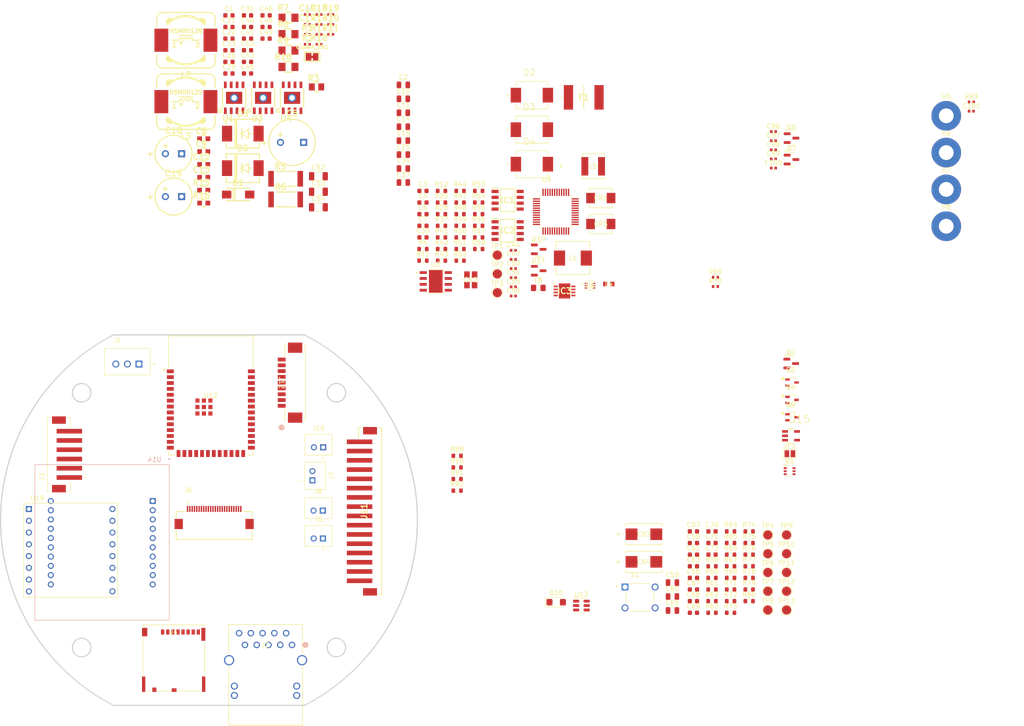
<source format=kicad_pcb>
(kicad_pcb (version 20241229) (generator "pcbnew") (generator_version "9.0")
  (layers (0 "F.Cu" signal) (2 "B.Cu" signal) (13 "F.Paste" user) (15 "B.Paste" user) (5 "F.SilkS" user "F.Silkscreen") (7 "B.SilkS" user "B.Silkscreen") (1 "F.Mask" user) (3 "B.Mask" user) (25 "Edge.Cuts" user))
  (net 0 "")
  (net 1 "GND")
  (net 2 "/MCU/~{EN_RST}")
  (net 3 "+3V3")
  (net 4 "+3V9")
  (net 5 "/MCU/SETUP")
  (net 6 "+12VDC")
  (net 7 "Net-(C4-Pad1)")
  (net 8 "/MCU/CELL_STATUS")
  (net 9 "/MCU/RX")
  (net 10 "/MCU/TX")
  (net 11 "/MCU/~{RTS}")
  (net 12 "/MCU/~{DTR}")
  (net 13 "/MCU/~{SD_CS}")
  (net 14 "Net-(U2-SW)")
  (net 15 "/MCU/MISO")
  (net 16 "Net-(U2-BOOT)")
  (net 17 "/MCU/SD_DETECT")
  (net 18 "Net-(U2-FB)")
  (net 19 "/MCU/SCK")
  (net 20 "/MCU/MOSI")
  (net 21 "+5VDC")
  (net 22 "+5V")
  (net 23 "/MCU/~{PROG_RST}")
  (net 24 "Net-(U6-SW)")
  (net 25 "/MCU/IO0")
  (net 26 "Net-(U6-BST)")
  (net 27 "Net-(U10-VI)")
  (net 28 "Net-(U14-~{RESET})")
  (net 29 "/MCU/CELL_ON_OFF")
  (net 30 "Net-(U14-ON_OFF)")
  (net 31 "/MCU/LED")
  (net 32 "/MCU/CELL_RST")
  (net 33 "/MCU/~{WD_RESET}")
  (net 34 "/MCU/WD_DONE")
  (net 35 "/MCU/CELL_RTS")
  (net 36 "/MCU/CELL_TX")
  (net 37 "/MCU/CELL_RX")
  (net 38 "/MCU/~{ADC_CS}")
  (net 39 "/MCU/WATER_PULSES")
  (net 40 "/MCU/~{RTD_UP_CS}")
  (net 41 "/MCU/RS485_DI")
  (net 42 "/MCU/~{RTD_DN_CS}")
  (net 43 "/MCU/CELL_CTS")
  (net 44 "/MCU/VMON")
  (net 45 "/MCU/RS485_RO")
  (net 46 "/MCU/~{DRDY_RTD_DN}")
  (net 47 "/MCU/~{DRDY_RTD_UP}")
  (net 48 "/Outputs/CAM.PCLK")
  (net 49 "Net-(C21-Pad1)")
  (net 50 "Net-(U9-XI)")
  (net 51 "/Poe/POE+")
  (net 52 "/Poe/POE-")
  (net 53 "+12VP")
  (net 54 "+12V")
  (net 55 "GNDPWR")
  (net 56 "+3.3VA")
  (net 57 "Net-(D3-PadA)")
  (net 58 "+2V8")
  (net 59 "+1V2")
  (net 60 "+5VP")
  (net 61 "Net-(F1-Pad1)")
  (net 62 "Net-(IC3-IN1)")
  (net 63 "Net-(IC3-IN4)")
  (net 64 "Net-(IC3-IN2)")
  (net 65 "Net-(IC3-IN3)")
  (net 66 "/Poe/TXP")
  (net 67 "/Poe/ACTLED")
  (net 68 "Net-(J2-RD+)")
  (net 69 "Net-(J2-RD-)")
  (net 70 "/Poe/LINKLED")
  (net 71 "Net-(J2-ANODE-Pad13)")
  (net 72 "Net-(J2-TCT)")
  (net 73 "Net-(J2-ANODE-Pad11)")
  (net 74 "Net-(J2-RCT)")
  (net 75 "/Poe/TXN")
  (net 79 "Net-(Q2-D)")
  (net 80 "/Outputs/SPK2")
  (net 81 "/Outputs/SPK1")
  (net 82 "Net-(Q6-D)")
  (net 83 "Net-(Q7-D)")
  (net 84 "/Outputs/SPARE1")
  (net 85 "/Outputs/MM_CTS")
  (net 87 "/Outputs/LED2")
  (net 88 "/Outputs/~{MM_RST}")
  (net 89 "/Outputs/MM_RX")
  (net 90 "/Outputs/MM_TX")
  (net 91 "/Outputs/SPARE2")
  (net 92 "/Outputs/MM_RTS")
  (net 93 "/Outputs/LED1")
  (net 95 "/Outputs/LED3")
  (net 97 "/Outputs/MM_SOP")
  (net 99 "/Outputs/MM_SYNC")
  (net 100 "Net-(Q1A-B1)")
  (net 101 "Net-(Q1B-B2)")
  (net 102 "Net-(Q2-G)")
  (net 103 "Net-(Q3-Pad1)")
  (net 104 "Net-(U14-STATUS)")
  (net 105 "Net-(Q6-G)")
  (net 106 "Net-(Q7-G)")
  (net 107 "PG")
  (net 108 "Net-(U9-XO)")
  (net 109 "Net-(U9-PMODE2)")
  (net 110 "Net-(U9-PMODE1)")
  (net 111 "Net-(U9-PMODE0)")
  (net 112 "Net-(U6-FB)")
  (net 113 "/Poe/EXRES1")
  (net 114 "Net-(U9-RXN)")
  (net 115 "Net-(C54-Pad1)")
  (net 116 "/Poe/RXP")
  (net 117 "/MCU/CAM.SDA")
  (net 118 "/MCU/CAM.SCL")
  (net 119 "Net-(U13-DELAY{slash}M_RST)")
  (net 120 "Net-(U14-DTR)")
  (net 123 "/Poe/TOCAP")
  (net 130 "/Poe/MISO")
  (net 131 "/Poe/1V2")
  (net 132 "/Poe/MOSI")
  (net 133 "/Poe/~{SCSn}")
  (net 138 "/Poe/~{INTn}")
  (net 139 "/Poe/~{RSTn}")
  (net 140 "/Poe/SCLK")
  (net 159 "/Outputs/DF_RX")
  (net 161 "/Outputs/DF_BUSY")
  (net 162 "/Outputs/DF_TX")
  (net 169 "/Outputs/CAM.MCLK")
  (net 170 "/Outputs/CAM.HREF")
  (net 171 "/Outputs/CAM.D9")
  (net 172 "/Outputs/CAM.D5")
  (net 173 "/Outputs/CAM.D4")
  (net 174 "/Outputs/CAM.SCL")
  (net 177 "/Outputs/CAM.D2")
  (net 178 "/Outputs/CAM.VSYNC")
  (net 179 "/Outputs/CAM.D8")
  (net 181 "/Outputs/CAM.RST")
  (net 182 "/Outputs/CAM.PWDN")
  (net 183 "/Outputs/CAM.SDA")
  (net 184 "/Outputs/CAM.D6")
  (net 185 "/Outputs/CAM.D3")
  (net 186 "/Outputs/CAM.D7")
  (net 187 "/Outputs/BUZZ")
  (net 188 "/Outputs/STROBE")
  (net 189 "Net-(C8-Pad1)")
  (net 190 "Net-(C9-Pad1)")
  (net 191 "Net-(D5-K)")
  (net 192 "Net-(C12-Pad2)")
  (net 193 "Net-(D6-K)")
  (net 194 "Net-(C13-Pad2)")
  (net 195 "Net-(U3-FB)")
  (net 196 "Net-(U4-FB)")
  (net 197 "Net-(U1-CLS)")
  (net 198 "Net-(Class4_EN1-Pad1)")
  (net 199 "Net-(U1-DEN)")
  (net 200 "Net-(R7-Pad1)")
  (net 201 "Net-(R10-Pad1)")
  (net 202 "Net-(U3-BS)")
  (net 203 "Net-(U4-BS)")
  (net 204 "Net-(U1-CDB)")
  (footprint "Capacitor_SMD:C_1206_3216Metric" (layer "F.Cu") (at 166.125 16.55)
    (property "Reference" "C52")
    (property "Value" "22nF")
  )
  (footprint "B3B-XH-A:JST_B3B-XH-A" (layer "F.Cu") (at 124.8775 56.58)
    (property "Reference" "J1")
    (property "Value" "B3B-XH-A")
  )
  (footprint "DFR0299:MODULE_DFR0299" (layer "F.Cu") (at 112.633 97.29)
    (property "Reference" "U19")
    (property "Value" "DFR0299")
  )
  (footprint "Resistor_SMD:R_0603_1608Metric" (layer "F.Cu") (at 200.72 32.27)
    (property "Reference" "R58")
    (property "Value" "330")
  )
  (footprint "T495X107M025ATE150:CAPMP7.6X4.3_4.3N_KEM" (layer "F.Cu") (at 236.392191 93.845196)
    (property "Reference" "C62")
    (property "Value" "100uF")
  )
  (footprint "Capacitor_SMD:C_0603_1608Metric" (layer "F.Cu") (at 247.09 110.8)
    (property "Reference" "C69")
    (property "Value" "0.1uF")
  )
  (footprint "Capacitor_SMD:C_0603_1608Metric" (layer "F.Cu") (at 251.1 95.74)
    (property "Reference" "C71")
    (property "Value" "0.1uF")
  )
  (footprint "Resistor_SMD:R_0603_1608Metric" (layer "F.Cu") (at 196.07 79.419)
    (property "Reference" "R90")
    (property "Value" "100")
  )
  (footprint "Capacitor_SMD:C_0805_2012Metric" (layer "F.Cu") (at 184.46 17.9)
    (property "Reference" "C37")
    (property "Value" "22uF")
  )
  (footprint "Capacitor_SMD:C_0402_1005Metric" (layer "F.Cu") (at 208.21 42.4)
    (property "Reference" "C56")
    (property "Value" "10u_0402_CL05A105KA5NQNC")
  )
  (footprint "Resistor_SMD:R_0603_1608Metric" (layer "F.Cu") (at 259.12 95.74)
    (property "Reference" "R75")
    (property "Value" "10k")
  )
  (footprint "74AHC1G08:SOT95P280X140-5N" (layer "F.Cu") (at 268.1654 72.5906)
    (property "Reference" "U15")
    (property "Value" "74AHC1G08")
  )
  (footprint "PDTC114EU_115:SOT65P210X110-3N" (layer "F.Cu") (at 268.37 61.09)
    (property "Reference" "Q3")
    (property "Value" "PDTC114EU_115")
  )
  (footprint "OLIMEX_RLC-FP:R_2512_MM_DWS" (layer "F.Cu") (at 159.05 17.102)
    (property "Reference" "R5")
    (property "Value" "9.1k/1W/R2512")
  )
  (footprint "Resistor_SMD:R_0603_1608Metric" (layer "F.Cu") (at 259.12 105.78)
    (property "Reference" "R79")
    (property "Value" "10k")
  )
  (footprint "MountingHole:MountingHole_3.2mm_M3_Pad_TopBottom" (layer "F.Cu") (at 301.67 19.4)
    (property "Reference" "H7")
    (property "Value" "MountingHole_Pad")
  )
  (footprint "LMR33630ADDAR:VREG_LM5017MR_NOPB" (layer "F.Cu") (at 191.455 39.26)
    (property "Reference" "U2")
    (property "Value" "LMR33630ADDAR")
  )
  (footprint "Jumper:SolderJumper-2_P1.3mm_Open_Pad1.0x1.5mm" (layer "F.Cu") (at 267.91 76.46)
    (property "Reference" "JP1")
    (property "Value" "SolderJumper_2_Open")
  )
  (footprint "Capacitor_SMD:C_0603_1608Metric" (layer "F.Cu") (at 247.09 103.27)
    (property "Reference" "C66")
    (property "Value" "0.1uF")
  )
  (footprint "Capacitor_SMD:C_0402_1005Metric" (layer "F.Cu") (at 208.21 36.49)
    (property "Reference" "C50")
    (property "Value" "10u_0402_CL05A105KA5NQNC")
  )
  (footprint "Capacitor_SMD:C_1206_3216Metric" (layer "F.Cu") (at 166.125 23.25)
    (property "Reference" "C54")
    (property "Value" "6.9nF")
  )
  (footprint "OLIMEX_RLC-FP:C_0603_5MIL_DWS" (layer "F.Cu") (at 141.357 14.01)
    (property "Reference" "C12")
    (property "Value" "100nF/100V/10%/X7R/C0603")
  )
  (footprint "Capacitor_SMD:C_0402_1005Metric" (layer "F.Cu") (at 307.08 2.5)
    (property "Reference" "C101")
    (property "Value" "10u_0402_CL05A105KA5NQNC")
  )
  (footprint "Resistor_SMD:R_0603_1608Metric" (layer "F.Cu") (at 251.1 108.29)
    (property "Reference" "R62")
    (property "Value" "10k")
  )
  (footprint "Package_TO_SOT_SMD:SOT-23" (layer "F.Cu") (at 268.26 12.95)
    (property "Reference" "Q7")
    (property "Value" "AO3400A")
  )
  (footprint "Resistor_SMD:R_0603_1608Metric" (layer "F.Cu") (at 196.71 32.27)
    (property "Reference" "R51")
    (property "Value" "0")
  )
  (footprint "TestPoint:TestPoint_Pad_D2.0mm" (layer "F.Cu") (at 267.2 102.1)
    (property "Reference" "TP11")
    (property "Value" "TestPoint")
  )
  (footprint "TestPoint:TestPoint_Pad_D2.0mm" (layer "F.Cu") (at 204.75 37.64)
    (property "Reference" "TP2")
    (property "Value" "5VIN")
  )
  (footprint "NRS5024T2R2NMGJ:IND_NRS5024_TAY" (layer "F.Cu") (at 225.443 14.4079)
    (property "Reference" "L5")
    (property "Value" "NRS5024T2R2NMGJ-2.2hF")
  )
  (footprint "OLIMEX_RLC-FP:R_0402_5MIL_DWS" (layer "F.Cu") (at 168.77 -18.3635)
    (property "Reference" "R19")
    (property "Value" "5.23k/1%/R0402")
  )
  (footprint "Resistor_SMD:R_0603_1608Metric" (layer "F.Cu") (at 192.7 19.72)
    (property "Reference" "R12")
    (property "Value" "24.9k")
  )
  (footprint "Capacitor_SMD:C_0805_2012Metric" (layer "F.Cu") (at 242.56 107.3)
    (property "Reference" "C60")
    (property "Value" "10uF")
  )
  (footprint "Capacitor_SMD:C_0805_2012Metric" (layer "F.Cu") (at 184.46 14.89)
    (property "Reference" "C34")
    (property "Value" "22uF")
  )
  (footprint "Capacitor_SMD:C_0603_1608Metric" (layer "F.Cu") (at 154.825 -15.67)
    (property "Reference" "C48")
    (property "Value" "0.1uF")
  )
  (footprint "Resistor_SMD:R_0603_1608Metric" (layer "F.Cu") (at 251.1 105.78)
    (property "Reference" "R61")
    (property "Value" "10k")
  )
  (footprint "TestPoint:TestPoint_Pad_D2.0mm" (layer "F.Cu") (at 204.75 33.59)
    (property "Reference" "TP1")
    (property "Value" "12V")
  )
  (footprint "Resistor_SMD:R_0402_1005Metric" (layer "F.Cu") (at 307.1 0.52)
    (property "Reference" "R93")
    (property "Value" "215k_0402_0402WGD2153TCE")
  )
  (footprint "OLIMEX_Regulators-FP:ESOIC-8" (layer "F.Cu") (at 154.181 -0.375)
    (property "Reference" "U3")
    (property "Value" "TX4138(ESOIC-8)")
  )
  (footprint "TS02-66-55-BK-160-LCR-D:SW_TS02-66-55-BK-160-LCR-D" (layer "F.Cu") (at 235.565 107.489)
    (property "Reference" "S1")
    (property "Value" "TS02-66-55-BK-160-LCR-D")
  )
  (footprint "Resistor_SMD:R_0603_1608Metric" (layer "F.Cu") (at 200.72 29.76)
    (property "Reference" "R57")
    (property "Value" "330")
  )
  (footprint "Resistor_SMD:R_0603_1608Metric" (layer "F.Cu") (at 255.11 93.23)
    (property "Reference" "R64")
    (property "Value" "10k")
  )
  (footprint "Capacitor_SMD:C_0402_1005Metric" (layer "F.Cu") (at 208.21 40.43)
    (property "Reference" "C55")
    (property "Value" "10u_0402_CL05A105KA5NQNC")
  )
  (footprint "Capacitor_SMD:C_0603_1608Metric" (layer "F.Cu") (at 150.815 -5.63)
    (property "Reference" "C45")
    (property "Value" "0.1uF")
  )
  (footprint "Capacitor_SMD:C_0805_2012Metric" (layer "F.Cu") (at 184.46 11.88)
    (property "Reference" "C25")
    (property "Value" "10uF")
  )
  (footprint "Capacitor_SMD:C_0603_1608Metric" (layer "F.Cu") (at 247.09 95.74)
    (property "Reference" "C58")
    (property "Value" "0.1uF")
  )
  (footprint "ESP32-S3-WROOM-1-N16R8:ESP32-S3-WROOM-1_EXP" (layer "F.Cu") (at 142.9 63.92)
    (property "Reference" "U12")
    (property "Value" "ESP32-S3-WROOM-1-N16R8")
  )
  (footprint "Resistor_SMD:R_0603_1608Metric" (layer "F.Cu") (at 196.71 22.23)
    (property "Reference" "R47")
    (property "Value" "12.4k 1%")
  )
  (footprint "SMBJ15A:DO-214AASMB_J-BEND_LTF" (layer "F.Cu") (at 227.0848 21.2637)
    (property "Reference" "CR1")
    (property "Value" "SMBJ15A")
  )
  (footprint "Capacitor_SMD:C_0805_2012Metric" (layer "F.Cu") (at 242.56 110.31)
    (property "Reference" "C65")
    (property "Value" "10uF")
  )
  (footprint "TestPoint:TestPoint_Pad_D2.0mm" (layer "F.Cu") (at 204.75 41.69)
    (property "Reference" "TP3")
    (property "Value" "3V3")
  )
  (footprint "OLIMEX_RLC-FP:R_0603_5MIL_DWS" (layer "F.Cu") (at 141.357 22.344)
    (property "Reference" "R16")
    (property "Value" "NA(22R/R0603)")
  )
  (footprint "Capacitor_SMD:C_0402_1005Metric" (layer "F.Cu") (at 208.21 38.46)
    (property "Reference" "C51")
    (property "Value" "10u_0402_CL05A105KA5NQNC")
  )
  (footprint "Capacitor_SMD:C_0603_1608Metric" (layer "F.Cu") (at 146.805 -15.67)
    (property "Reference" "C21")
    (property "Value" "18pF")
  )
  (footprint "Capacitor_SMD:C_0402_1005Metric" (layer "F.Cu") (at 264.37 10.85)
    (property "Reference" "C98")
    (property "Value" "10u_0402_CL05A105KA5NQNC")
  )
  (footprint "TestPoint:TestPoint_Pad_D2.0mm" (layer "F.Cu") (at 263.15 102.1)
    (property "Reference" "TP6")
    (property "Value" "TestPoint")
  )
  (footprint "OLIMEX_Regulators-FP:ESOIC-8" (layer "F.Cu") (at 147.927 -0.375)
    (property "Reference" "U1")
    (property "Value" "TPS2378DDAR(HSOIC-8)")
  )
  (footprint "Capacitor_SMD:C_0805_2012Metric" (layer "F.Cu") (at 242.56 104.29)
    (property "Reference" "C59")
    (property "Value" "10uF")
  )
  (footprint "Resistor_SMD:R_0603_1608Metric" (layer "F.Cu") (at 196.71 24.74)
    (property "Reference" "R48")
    (property "Value" "0")
  )
  (footprint "MountingHole:MountingHole_3.2mm_M3_Pad_TopBottom" (layer "F.Cu") (at 301.67 11.45)
    (property "Reference" "H6")
    (property "Value" "MountingHole_Pad")
  )
  (footprint "PDTC114EU_115:SOT65P210X110-3N" (layer "F.Cu") (at 268.37 64.84)
    (property "Reference" "Q4")
    (property "Value" "PDTC114EU_115")
  )
  (footprint "Capacitor_SMD:C_0603_1608Metric" (layer "F.Cu") (at 146.805 -13.16)
    (property "Reference" "C22")
    (property "Value" "18pF")
  )
  (footprint "Package_TO_SOT_SMD:SOT-23" (layer "F.Cu") (at 213.68 32.335)
    (property "Reference" "U10")
    (property "Value" "XC6206-2.8V")
  )
  (footprint "OLIMEX_RLC-FP:R_0402_5MIL_DWS" (layer "F.Cu") (at 163.738 -11.9345)
    (property "Reference" "R2")
    (property "Value" "1.27k 1% 62.5mW")
  )
  (footprint "TestPoint:TestPoint_Pad_D2.0mm" (layer "F.Cu") (at 267.2 106.15)
    (property "Reference" "TP12")
    (property "Value" "TestPoint")
  )
  (footprint "Capacitor_SMD:C_0603_1608Metric" (layer "F.Cu") (at 247.09 98.25)
    (property "Reference" "C61")
    (property "Value" "0.1uF")
  )
  (footprint "Resistor_SMD:R_0603_1608Metric" (layer "F.Cu") (at 200.72 27.25)
    (property "Reference" "R56")
    (property "Value" "10 1%")
  )
  (footprint "Capacitor_SMD:C_0603_1608Metric" (layer "F.Cu") (at 150.815 -15.67)
    (property "Reference" "C40")
    (property "Value" "0.1uF")
  )
  (footprint "TestPoint:TestPoint_Pad_D2.0mm" (layer "F.Cu") (at 263.15 106.15)
    (property "Reference" "TP7")
    (property "Value" "TestPoint")
  )
  (footprint "ARJM11D7_114_AB_EW2:CONN_ARJM11D7-114-AB-EW2_ABR" (layer "F.Cu") (at 160.419999 117.739999)
    (property "Reference" "J2")
    (property "Value" "ARJM11D7-114-AB-EW2")
  )
  (footprint "AP62201Z6_7:SOT563-Z6_1_DIO" (layer "F.Cu") (at 224.7693 40.1761)
    (property "Reference" "U6")
    (property "Value" "AP62201Z6-7")
  )
  (footprint "OLIMEX_RLC-FP:R_0805_5MIL_DWS" (layer "F.Cu") (at 165.711 -2.732)
    (property "Reference" "R3")
    (property "Value" "66.5R 1% 125mW 0805")
  )
  (footprint "Capacitor_SMD:C_0603_1608Metric" (layer "F.Cu") (at 146.805 -10.65)
    (property "Reference" "C23")
    (property "Value" "18pF")
  )
  (footprint "OLIMEX_RLC-FP:C_0603_5MIL_DWS" (layer "F.Cu") (at 141.357 8.454)
    (property "Reference" "C8")
    (property "Value" "NA(220pF/100V/C0603)")
  )
  (footprint "2920L400_15MR:2920L07560MR" (layer "F.Cu") (at 223.405 -0.475)
    (property "Reference" "F1")
    (property "Value" "2920L400_15MR" (hide yes))
  )
  (footprint "Resistor_SMD:R_0603_1608Metric" (layer "F.Cu") (at 259.12 108.29)
    (property "Reference" "R80")
    (property "Value" "10k")
  )
  (footprint "TestPoint:TestPoint_Pad_D2.0mm" (layer "F.Cu") (at 263.15 94)
    (property "Reference" "TP4")
    (property "Value" "TestPoint")
  )
  (footprint "Capacitor_SMD:C_0805_2012Metric" (layer "F.Cu") (at 184.46 2.85)
    (property "Reference" "C11")
    (property "Value" "22uF")
  )
  (footprint "Resistor_SMD:R_0603_1608Metric" (layer "F.Cu") (at 196.07 76.909)
    (property "Reference" "R89")
    (property "Value" "100k")
  )
  (footprint "Inductor_SMD:L_0805_2012Metric_Pad1.15x1.40mm_HandSolder" (layer "F.Cu") (at 213.6 40.66)
    (property "Reference" "L8")
    (property "Value" "FB_2A_0805_220R@100MHz_BLM21PG221SN1D")
  )
  (footprint "Capacitor_SMD:C_0805_2012Metric" (layer "F.Cu") (at 184.46 -3.17)
    (property "Reference" "C2")
    (property "Value" "10uF")
  )
  (footprint "Resistor_SMD:R_0603_1608Metric" (layer "F.Cu") (at 255.11 110.8)
    (property "Reference" "R73")
    (property "Value" "42.9k")
  )
  (footprint "Resistor_SMD:R_0603_1608Metric" (layer "F.Cu") (at 188.69 34.78)
    (property "Reference" "R11")
    (property "Value" "100k")
  )
  (footprint "Capacitor_SMD:C_0603_1608Metric" (layer "F.Cu") (at 146.805 -8.14)
    (property "Reference" "C26")
    (property "Value" "0.1uF")
  )
  (footprint "TestPoint:TestPoint_Pad_D2.0mm" (layer "F.Cu") (at 267.2 110.2)
    (property "Reference" "TP13")
    (property "Value" "TestPoint")
  )
  (footprint "OLIMEX_RLC-FP:R_0402_5MIL_DWS" (layer "F.Cu") (at 168.77 -14.0775)
    (property "Reference" "R21")
    (property "Value" "30.1k/1%/R0402")
  )
  (footprint "Capacitor_SMD:C_0603_1608Metric" (layer "F.Cu") (at 150.815 -8.14)
    (property "Reference" "C43")
    (property "Value" "0.1uF")
  )
  (footprint "OLIMEX_RLC-FP:R_0402_5MIL_DWS" (layer "F.Cu") (at 166.254 -18.3635)
    (property "Reference" "R13")
    (property "Value" "4.7")
  )
  (footprint "Resistor_SMD:R_0603_1608Metric" (layer "F.Cu") (at 255.11 98.25)
    (property "Reference" "R66")
    (property "Value" "10k")
  )
  (footprint "Resistor_SMD:R_0603_1608Metric" (layer "F.Cu") (at 200.72 22.23)
    (property "Reference" "R54")
    (property "Value" "49.9 1%")
  )
  (footprint "OLIMEX_RLC-FP:R_0402_5MIL_DWS" (layer "F.Cu") (at 166.254 -16.2205)
    (property "Reference" "R14")
    (property "Value" "4.7R/R0402")
  )
  (footprint "Resistor_SMD:R_0603_1608Metric" (layer "F.Cu") (at 192.7 32.27)
    (property "Reference" "R42")
    (property "Value" "10k")
  )
  (footprint "OLIMEX_Diodes-FP:DO214AB(SMC)_1(K)-2(A)" (layer "F.Cu") (at 149.8 7.352)
    (property "Reference" "D5")
    (property "Value" "SS510/100V/5A/0.85V/DO214AB(SMC)")
  )
  (footprint "Capacitor_SMD:C_0603_1608Metric" (layer "F.Cu") (at 146.805 -18.18)
    (property "Reference" "C1")
    (property "Value" "100nF/100V/10%/X7R/C0603")
  )
  (footprint "Package_TO_SOT_SMD:SOT-23" (layer "F.Cu") (at 268.26 8.325)
    (property "Reference" "Q6")
    (property "Value" "AO3400A")
  )
  (footprint "Resistor_SMD:R_0603_1608Metric" (layer "F.Cu") (at 259.12 93.23)
    (property "Reference" "R74")
    (property "Value" "1k")
  )
  (footprint "Capacitor_SMD:C_0603_1608Metric" (layer "F.Cu") (at 247.09 93.23)
    (property "Reference" "C57")
    (property "Value" "1uF")
  )
  (footprint "B6B-PH-SM4-TB:JST_B6B-PH-SM4-TB" (layer "F.Cu") (at 110.1 76.6 90)
    (property "Reference" "J3")
    (property "Value" "B6B-PH-SM4-TB")
  )
  (footprint "Capacitor_SMD:C_0805_2012Metric" (layer "F.Cu") (at 184.46 5.86)
    (property "Reference" "C14")
    (property "Value" "22uF")
  )
  (footprint "Package_TO_SOT_SMD:SOT-23-6" (layer "F.Cu") (at 222.9 109.245)
    (property "Reference" "U13")
    (property "Value" "TPL5010")
  )
  (footprint "Resistor_SMD:R_0603_1608Metric" (layer "F.Cu") (at 251.1 100.76)
    (property "Reference" "R59")
    (property "Value" "10k")
  )
  (footprint "OLIMEX_RLC-FP:R_0402_5MIL_DWS" (layer "F.Cu") (at 163.738 -14.0775)
    (property "Reference" "R1")
    (property "Value" "24.9k 1%")
  )
  (footprint "Capacitor_SMD:C_0402_1005Metric" (layer "F.Cu") (at 264.37 6.91)
    (property "Reference" "C96")
    (property "Value" "22p_0402_0402CG220J500NT")
  )
  (footprint "Resistor_SMD:R_0603_1608Metric" (layer "F.Cu") (at 192.7 24.74)
    (property "Reference" "R26")
    (property "Value" "1M")
  )
  (footprint "OLIMEX_RLC-FP:CPOL-RM3.5mm_8.0x11.5mm_PTH" (layer "F.Cu") (at 134.837 11.692)
    (property "Reference" "C18")
    (property "Value" "220uF/35V/20%8x12MM/LOW ESR")
  )
  (footprint "SMBJ15A:DO-214AASMB_J-BEND_LTF" (layer "F.Cu") (at 227.0848 26.8611)
    (property "Reference" "CR3")
    (property "Value" "SMBJ15A")
  )
  (footprint "Resistor_SMD:R_0603_1608Metric" (layer "F.Cu") (at 196.71 29.76)
    (property "Reference" "R50")
    (property "Value" "0")
  )
  (footprint "OLIMEX_RLC-FP:HSMRH129_12.0x12.5x9.5(max)" (layer "F.Cu") (at 137.509999 -12.808)
    (property "Reference" "L2")
    (property "Value" "33uH/5.5A/60mR/20%/YSRH129-330M")
  )
  (footprint "Resistor_SMD:R_0603_1608Metric" (layer "F.Cu") (at 255.11 95.74)
    (property "Reference" "R65")
    (property "Value" "10k")
  )
  (footprint "B2B-PH-K-S:JST_B2B-PH-K-S" (layer "F.Cu") (at 165.38 81.22 -90)
    (property "Reference" "J7")
    (property "Value" "B2B-PH-K-S")
  )
  (footprint "Package_TO_SOT_SMD:SOT-23" (layer "F.Cu") (at 213.68 36.96)
    (property "Reference" "U11")
    (property "Value" "RT9166-12GVL")
  )
  (footprint "Resistor_SMD:R_0603_1608Metric" (layer "F.Cu") (at 255.11 108.29)
    (property "Reference" "R72")
    (property "Value" "0")
  )
  (footprint "B2B-PH-K-S:JST_B2B-PH-K-S" (layer "F.Cu") (at 166.07 88.19)
    (property "Reference" "J8")
    (property "Value" "B2B-PH-K-S")
  )
  (footprint "Resistor_SMD:R_0603_1608Metric" (layer "F.Cu") (at 251.1 110.8)
    (property "Reference" "R63")
    (property "Value" "10k")
  )
  (footprint "TestPoint:TestPoint_Pad_D2.0mm" (layer "F.Cu") (at 267.2 94)
    (property "Reference" "TP9")
    (property "Value" "TestPoint")
  )
  (footprint "OLIMEX_RLC-FP:C_0603_5MIL_DWS" (layer "F.Cu") (at 141.357 11.232)
    (property "Reference" "C9")
    (property "Value" "NA(220pF/100V/C0603)")
  )
  (footprint "MountingHole:MountingHole_3.2mm_M3_Pad_TopBottom" (layer "F.Cu") (at 301.67 3.5)
    (property "Reference" "H5")
    (property "Value" "MountingHole_Pad")
  )
  (footprint "B2B-PH-K-S:JST_B2B-PH-K-S" (layer "F.Cu") (at 166.15 74.53)
    (property "Reference" "J10")
    (property "Value" "B2B-PH-K-S")
  )
  (footprint "B2B-PH-K-S:JST_B2B-PH-K-S" (layer "F.Cu") (at 166.1 94.21)
    (property "Reference" "J5")
    (property "Value" "B2B-PH-K-S")
  )
  (footprint "OLIMEX_Diodes-FP:SMA-KA" (layer "F.Cu") (at 148.8 20.502)
    (property "Reference" "D1")
    (property "Value" "SMAJ58A/SMA")
  )
  (footprint "SRP7028A:IND_SRP7028A_BRN" (layer "F.Cu") (at 221.0673 34.2196)
    (property "Reference" "L1")
    (property "Value" "SRP7028A-150M")
  )
  (footprint "Capacitor_SMD:C_0603_1608Metric" (layer "F.Cu") (at 251.1 98.25)
    (property "Reference" "C72")
    (property "Value" "10nF")
  )
  (footprint "OLIMEX_RLC-FP:C_0402_5MIL_DWS" (layer "F.Cu") (at 163.738 -16.2205)
    (property "Reference" "C17")
    (property "Value" "12pF/50V/5%/C0G/C0402")
  )
  (footprint "W5500:QFP50P900X900X160-48N" (layer "F.Cu") (at 217.37505 24.2)
    (property "Reference" "U9")
    (property "Value" "W5500")
  )
  (footprint "Capacitor_SMD:C_0603_1608Metric" (layer "F.Cu") (at 247.09 100.76)
    (property "Reference" "C63")
    (property "Value" "0.1uF")
  )
  (footprint "Resistor_SMD:R_0603_1608Metric" (layer "F.Cu") (at 192.7 29.76)
    (property "Reference" "R41")
    (property "Value" "10k")
  )
  (footprint "B16B-PH-SM4-TB_LF__SN_:B16BPHSM4TBLFSN" (layer "F.Cu") (at 177.26 88.89 -90)
    (property "Reference" "J11")
    (property "Value" "B16B-PH-SM4-TB_LF__SN_" (hide yes))
  )
  (footprint "Package_TO_SOT_SMD:SOT-23" (layer "F.Cu") (at 268.19 56.995)
    (property "Reference" "Q2")
    (property "Value" "BSS138")
  )
  (footprint "OLIMEX_RLC-FP:R_0402_5MIL_DWS" (layer "F.Cu") (at 166.254 -14.0775)
    (property "Reference" "R17")
    (property "Value" "2.05k 1%")
  )
  (footprint "BOURNS_MH1608:IND_BOURNS_MH1608" (layer "F.Cu") (at 228.8171 39.8205)
    (property "Reference" "L4")
    (property "Value" "MH1608-121Y")
  )
  (footprint "Capacitor_SMD:C_0402_1005Metric" (layer "F.Cu") (at 208.21 34.52)
    (property "Reference" "C47")
    (property "Value" "10u_0402_CL05A105KA5NQNC")
  )
  (footprint "Capacitor_SMD:C_0603_1608Metric" (layer "F.Cu") (at 188.69 22.23)
    (property "Reference" "C4")
    (property "Value" "1uF")
  )
  (footprint "Capacitor_SMD:C_0603_1608Metric" (layer "F.Cu") (at 154.825 -13.16)
    (property "Reference" "C49")
    (property "Value" "10uF")
  )
  (footprint "Capacitor_SMD:C_0603_1608Metric" (layer "F.Cu") (at 251.1 93.23)
    (property "Reference" "C70")
    (property "Value" "10nF")
  )
  (footprint "Capacitor_SMD:C_0603_1608Metric" (layer "F.Cu") (at 188.69 24.74)
    (property "Reference" "C6")
    (property "Value" "0.1uF")
  )
  (footprint "Capacitor_SMD:C_0603_1608Metric" (layer "F.Cu") (at 247.09 105.78)
    (property "Reference" "C67")
    (property "Value" "10nF")
  )
  (footprint "5033981892:CONN_503398-1892_MOL" (layer "F.Cu") (at 134.87 120.578101)
    (property "Reference" "J4")
    (property "Value" "5033981892")
  )
  (footprint "Resistor_SMD:R_0603_1608Metric" (layer "F.Cu") (at 196.71 19.72)
    (property "Reference" "R44")
    (property "Value" "20k 1%")
  )
  (footprint "Resistor_SMD:R_0603_1608Metric" (layer "F.Cu") (at 188.69 32.27)
    (property "Reference" "R4")
    (property "Value" "100k")
  )
  (footprint "TestPoint:TestPoint_Pad_D2.0mm" (layer "F.Cu") (at 263.15 110.2)
    (property "Reference" "TP8")
    (property "Value" "TestPoint")
  )
  (footprint "OLIMEX_RLC-FP:R_2512_MM_DWS" (layer "F.Cu") (at 159.05 21.556)
    (property "Reference" "R6")
    (property "Value" "9.1k/1W/R2512")
  )
  (footprint "Diode_SMD:D_SMF" (layer "F.Cu") (at 217.455 108.52)
    (property "Reference" "D10")
    (property "Value" "SMF33A")
  )
  (footprint "Resistor_SMD:R_0603_1608Metric" (layer "F.Cu") (at 192.7 34.78)
    (property "Reference" "R43")
    (property "Value" "63k 1%")
  )
  (footprint "Resistor_SMD:R_0603_1608Metric" (layer "F.Cu") (at 192.7 22.23)
    (property "Reference" "R25")
    (property "Value" "0")
  )
  (footprint "FFC2B35-24-G_REVA2:GCT_FFC2B35-24-G_REVA2" (layer "F.Cu") (at 143.61 91.63)
    (property "Reference" "J6")
    (property "Value" "FFC2B35-24-G_REVA2")
  )
  (footprint "Capacitor_SMD:C_0402_1005Metric" (layer "F.Cu") (at 208.21 32.55)
    (property "Reference" "C44")
    (property "Value" "10u_0402_CL05A105KA5NQNC")
  )
  (footprint "532610971:CONN_532610001-SD_09_MOL" (layer "F.Cu") (at 161.0945 61.12 -90)
    (property "Reference" "J12")
    (property "Value" "532610971")
  )
  (footprint "Resistor_SMD:R_0402_1005Metric" (layer "F.Cu") (at 251.84 38.37)
    (property "Reference" "R69")
    (property "Value" "10k_0402_0402WGF1002TCE")
  )
  (footprint "OLIMEX_RLC-FP:R_0402_5MIL_DWS" (layer "F.Cu") (at 166.254 -11.9345)
    (property "Reference" "R18")
    (property "Value" "2.05k 1%")
  )
  (footprint "TestPoint:TestPoint_Pad_D2.0mm" (layer "F.Cu") (at 267.2 98.05)
    (property "Reference" "TP10")
    (property "Value" "TestPoint")
  )
  (footprint "Resistor_SMD:R_0603_1608Metric" (layer "F.Cu") (at 259.12 103.27)
    (property "Reference" "R78")
    (property "Value" "10k")
  )
  (footprint "Resistor_SMD:R_0603_1608Metric" (layer "F.Cu") (at 255.11 100.76)
    (property "Reference" "R67")
    (property "Value" "100")
  )
  (footprint "Capacitor_SMD:C_0603_1608Metric" (layer "F.Cu") (at 154.825 -18.18)
    (property "Reference" "C46")
    (property "Value" "10nF")
  )
  (footprint "Resistor_SMD:R_0603_1608Metric" (layer "F.Cu") (at 196.71 34.78)
    (property "Reference" "R52")
    (property "Value" "49.9 1%")
  )
  (footprint "SS34:DIOM7959X265N" (layer "F.Cu") (at 212.205 13.95)
    (property "Reference" "D4")
    (property "Value" "SS54")
  )
  (footprint "Resistor_SMD:R_0603_1608Metric" (layer "F.Cu") (at 196.07 81.929)
    (property "Reference" "R91")
    (property "Value" "100k")
  )
  (footprint "Capacitor_SMD:C_1206_3216Metric" (layer "F.Cu") (at 166.125 19.9)
    (property "Reference" "C53")
    (property "Value" "6.9nF")
  )
  (footprint "Package_TO_SOT_SMD:SOT-363_SC-70-6" (layer "F.Cu") (at 267.86 80.235)
    (property "Reference" "Q1")
    (property "Value" "MBT3904DW1")
  )
  (footprint "OLIMEX_RLC-FP:CPOL-RM5mm_10.0x16.0mm_PTH" (layer "F.Cu") (at 160.427 9.252)
    (property "Reference" "C5")
    (property "Value" "100uF/63V/20%/Low_ESR/RM5/10x13MM")
  )
  (footprint "Capacitor_SMD:C_0603_1608Metric" (layer "F.Cu") (at 150.815 -13.16)
    (property "Reference" "C41")
    (property "Value" "0.1uF")
  )
  (footprint "OLIMEX_RLC-FP:C_0402_5MIL_DWS" (layer "F.Cu") (at 163.738 -18.3635)
    (property "Reference" "C16")
    (property "Value" "12pF/50V/5%/C0G/C0402")
  )
  (footprint "Capacitor_SMD:C_0603_1608Metric" (layer "F.Cu") (at 150.815 -10.65)
    (property "Reference" "C42")
    (property "Value" "0.1uF")
  )
  (footprint "Resistor_SMD:R_0603_1608Metric" (layer "F.Cu") (at 200.72 19.72)
    (property "Reference" "R53")
    (property "Value" "82 1%")
  )
  (footprint "OLIMEX_RLC-FP:HSMRH129_12.0x12.5x9.5(max)" (layer "F.Cu") (at 137.509999 0.446)
    (property "Reference" "L3")
    (property "Value" "33uH/5.5A/60mR/20%/YSRH129-330M")
  )
  (footprint "Resistor_SMD:R_0402_1005Metric" (layer "F.Cu") (at 251.84 40.36)
    (property "Reference" "R70")
    (property "Value" "10k_0402_0402WGF1002TCE")
  )
  (footprint "Resistor_SMD:R_0603_1608Metric" (layer "F.Cu") (at 255.11 105.78)
    (property "Reference" "R71")
    (property "Value" "10k")
  )
  (footprint "Capacitor_SMD:C_0603_1608Metric" (layer "F.Cu") (at 188.69 19.72)
    (property "Reference" "C3")
    (property "Value" "0.22uF")
  )
  (footprint "OLIMEX_RLC-FP:C_0603_5MIL_DWS" (layer "F.Cu") (at 141.357 16.788)
    (property "Reference" "C13")
    (property "Value" "100nF/100V/10%/X7R/C0603")
  )
  (footprint "OLIMEX_RLC-FP:R_1206_5MIL_DWS" (layer "F.Cu") (at 159.655 -17.665)
    (property "Reference" "R7")
    (property "Value" "0.03R/1%/R1206")
  )
  (footprint "Capacitor_SMD:C_0603_1608Metric" (layer "F.Cu") (at 188.69 29.76)
    (property "Reference" "C30")
    (property "Value" "0.1uF")
  )
  (footprint "SI4435DYPBF:SOIC127P600X175-8N" (layer "F.Cu") (at 206.975 28.29)
    (property "Reference" "IC2")
    (property "Value" "SI4435DYPBF" (hide yes))
  )
  (footprint "Resistor_SMD:R_0603_1608Metric" (layer "F.Cu") (at 196.07 84.439)
    (property "Reference" "R92")
    (property "Value" "100")
  )
  (footprint "OLIMEX_RLC-FP:R_0402_5MIL_DWS" (layer "F.Cu") (at 168.77 -16.2205)
    (property "Reference" "R20")
    (property "Value" "30.1k 1%")
  )
  (footprint "Capacitor_SMD:C_0603_1608Metric" (layer "F.Cu") (at 146.805 -5.63)
    (property "Reference" "C29")
    (property "Value" "10nF")
  )
  (footprint "Resistor_SMD:R_0603_1608Metric" (layer "F.Cu") (at 255.11 103.27)
    (property "Reference" "R68")
    (property "Value" "10k")
  )
  (footprint "OLIMEX_Jumpers-FP:SJ_Closed" (layer "F.Cu") (at 164.758 -9.222)
    (property "Reference" "Class4_EN1")
    (property "Value" "Closed")
  )
  (footprint "SI4435DYPBF:SOIC127P600X175-8N" (layer "F.Cu") (at 206.975 21.74)
    (property "Reference" "IC1")
    (property "Value" "SI4435DYPBF" (hide yes))
  )
  (footprint "Resistor_SMD:R_0603_1608Metric" (layer "F.Cu") (at 200.72 24.74)
    (property "Reference" "R55")
    (property "Value" "82 1%")
  )
  (footprint "TestPoint:TestPoint_Pad_D2.0mm" (layer "F.Cu") (at 263.15 98.05)
    (property "Reference" "TP5")
    (property "Value" "TestPoint")
  )
  (footprint "OLIMEX_Regulators-FP:ESOIC-8" (layer "F.Cu") (at 160.435 -0.375)
    (property "Reference" "U4")
    (property "Value" "TX4138(ESOIC-8)")
  )
  (footprint "Capacitor_SMD:C_0603_1608Metric" (layer "F.Cu") (at 150.815 -18.18)
    (property "Reference" "C31")
    (property "Value" "10nF")
  )
  (footprint "Capacitor_SMD:C_0402_1005Metric" (layer "F.Cu") (at 264.37 12.82)
    (property "Reference" "C99")
    (property "Value" "10u_0402_CL05A105KA5NQNC")
  )
  (footprint "OLIMEX_RLC-FP:R_1206_5MIL_DWS" (layer "F.Cu") (at 159.655 -14.125)
    (property "Reference" "R8")
    (property "Value" "0.03R/1%/R1206")
  )
  (footprint "Resistor_SMD:R_0603_1608Metric" (layer "F.Cu") (at 192.7 27.25)
    (property "Reference" "R37")
    (property "Value" "10k")
  )
  (footprint "KTA1170GVAE-TB:SON65P400X400X80-9N" (layer "F.Cu") (at 219.26 41.32)
    (property "Reference" "IC3")
    (property "Value" "KTA1170GVAE-TB" (hide yes))
  )
  (footprint "OLIMEX_RLC-FP:CPOL-RM3.5mm_8.0x11.5mm_PTH" (layer "F.Cu") (at 134.837 20.946)
    (property "Reference" "C19")
    (property "Value" "470uF/16V/20%/LOW_ESR/RM3.5/8x12MM")
  )
  (footprint "PDTC114EU_115:SOT65P210X110-3N" (layer "F.Cu") (at 268.37 68.59)
    (property "Reference" "Q5")
    (property "Value" "PDTC114EU_115")
  )
  (footprint "Capacitor_SMD:C_0603_1608Metric" (layer "F.Cu") (at 188.69 27.25)
    (property "Reference" "C7")
    (property "Value" "DNP")
  )
  (footprint "7M_25_000MAAJ_T:CRYSTAL_TXC_7M" (layer "F.Cu") (at 199.0117 38.9226)
    (property "Reference" "CR2")
    (property "Value" "7M-25.000MAAJ-T")
  )
  (footprint "OLIMEX_RLC-FP:R_0603_5MIL_DWS" (layer "F.Cu") (at 141.357 19.566)
    (property "Reference" "R15")
    (property "Value" "NA(22R/R0603)")
  )
  (footprint "Capacitor_SMD:C_0805_2012Metric" (layer "F.Cu") (at 184.46 -0.16)
    (property "Reference" "C10")
    (property "Value" "22uF")
  )
  (footprint "T495X107M025ATE150:CAPMP7.6X4.3_4.3N_KEM" (layer "F.Cu") (at 236.392191 99.805588)
    (property "Reference" "C64")
    (property "Value" "100uF")
  )
  (footprint "OLIMEX_RLC-FP:R_1206_5MIL_DWS" (layer "F.Cu") (at 159.655 -10.585)
    (property "Reference" "R9")
    (property "Value" "0.03R/1%/R1206")
  )
  (footprint "OLIMEX_Diodes-FP:DO214AB(SMC)_1(K)-2(A)" (layer "F.Cu") (at 149.8 14.806)
    (property "Reference" "D6")
    (property "Value" "SS510/100V/5A/0.85V/DO214AB(SMC)")
  )
  (footprint "SS34:DIOM7959X265N" (layer "F.Cu") (at 212.205 -0.95)
    (property "Reference" "D2")
    (property "Value" "SS54")
  )
  (footprint "MountingHole:MountingHole_3.2mm_M3_Pad_TopBottom" (layer "F.Cu") (at 301.67 27.35)
    (property "Reference" "H8")
    (property "Value" "MountingHole_Pad")
  )
  (footprint "Resistor_SMD:R_0603_1608Metric" (layer "F.Cu") (at 196.71 27.25)
    (property "Reference" "R49")
    (property "Value" "0")
  )
  (footprint "SS34:DIOM7959X265N" (layer "F.Cu") (at 212.205 6.5)
    (property "Reference" "D3")
    (property "Value" "SS54")
  )
  (footprint "Resistor_SMD:R_0603_1608Metric" (layer "F.Cu") (at 251.1 103.27)
    (property "Reference" "R60")
    (property "Value" "10k")
  )
  (footprint "Capacitor_SMD:C_0603_1608Metric" (layer "F.Cu") (at 247.09 108.29)
    (property "Reference" "C68")
    (property "Value" "10nF")
  )
  (footprint "OLIMEX_RLC-FP:R_1206_5MIL_DWS" (layer "F.Cu") (at 159.655 -7.045)
    (property "Reference" "R10")
    (property "Value" "0.03R/1%/R1206")
  )
  (footprint "Resistor_SMD:R_0603_1608Metric" (layer "F.Cu") (at 259.12 98.25)
    (property "Reference" "R76")
    (property "Value" "10k")
  )
  (footprint "Capacitor_SMD:C_0402_1005Metric" (layer "F.Cu") (at 264.37 8.88)
    (property "Reference" "C97")
    (property "Value" "10u_0402_CL05A105KA5NQNC")
  )
  (footprint "Capacitor_SMD:C_0402_1005Metric" (layer "F.Cu") (at 264.37 14.79)
    (property "Reference" "C100")
    (property "Value" "10u_0402_CL05A105KA5NQNC")
  )
  (footprint "Capacitor_SMD:C_0805_2012Metric" (layer "F.Cu") (at 184.46 8.87)
    (property "Reference" "C15")
    (property "Value" "22uF")
  )
  (footprint "Resistor_SMD:R_0603_1608Metric" (layer "F.Cu") (at 259.12 100.76)
    (property "Reference" "R77")
    (property "Value" "1k")
  )
  (footprint "Nimblelink:MODULE_NL-SW-LTE-QBG96" (layer "B.Cu") (at 119.41 95.62 180)
    (property "Reference" "U14")
    (property "Value" "NL-SW-LTE-TC4NAG-B")
  )
  (gr_circle (center 115 63.3) (end 117 63.3) (stroke (width 0.25)) (fill no) (layer "Edge.Cuts"))
  (gr_circle (center 115 118.3) (end 117 118.3) (stroke (width 0.25)) (fill no) (layer "Edge.Cuts"))
  (gr_arc (start 121.884472 130.8) (mid 97.5 90.8) (end 121.884472 50.8) (stroke (width 0.25)) (layer "Edge.Cuts"))
  (gr_arc (start 163.115529 50.8) (mid 187.5 90.8) (end 163.115529 130.8) (stroke (width 0.25)) (layer "Edge.Cuts"))
  (gr_line (start 121.884472 130.8) (end 163.115529 130.8) (stroke (width 0.25)) (layer "Edge.Cuts"))
  (gr_circle (center 170 63.3) (end 172 63.3) (stroke (width 0.25)) (fill no) (layer "Edge.Cuts"))
  (gr_circle (center 170 118.3) (end 172 118.3) (stroke (width 0.25)) (fill no) (layer "Edge.Cuts"))
  (gr_line (start 163.115529 50.8) (end 121.884472 50.8) (stroke (width 0.25)) (layer "Edge.Cuts"))
)
</source>
